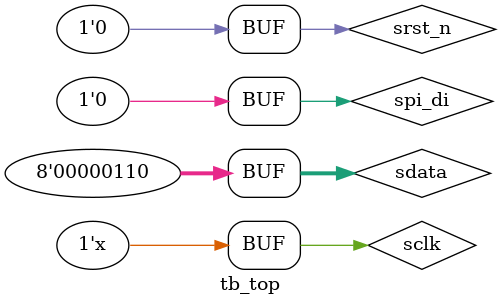
<source format=v>

`timescale 10ns / 10ns
module tb_top ();
/////////////////////////////////////////////
// parameter and signals
/////////////////////////////////////////////
// parameter

// regs or wires
reg sclk = 0;
reg srst_n = 0;
/////////////////////////////////////////////
// main code
/////////////////////////////////////////////
// System clock
always #10 sclk = ~sclk;

//inital
initial begin
    #0
     srst_n = 0;
    #50
     srst_n = 1;
    #400
     srst_n = 0;
end


wire spi_clk,spi_do,spi_cs;
reg spi_di = 1;

initial begin
    #300 spi_di = 0;
end

wire flag;
wire[7:0]rdata;

reg [7:0]sdata = 8'h06;
// models
spi spi_inst(
        .  sclk(sclk),
        . en(srst_n),
        .  dataflag(flag),
        .  datasend(sdata),
        . datarecv(rdata),

        // to hardware
        . spi_clk(spi_clk),
        . spi_di(spi_di),
        .  spi_do(spi_do),
        . spi_cs(spi_cs)
    );

/////////////////////////////////////////////
// code end
/////////////////////////////////////////////
endmodule

</source>
